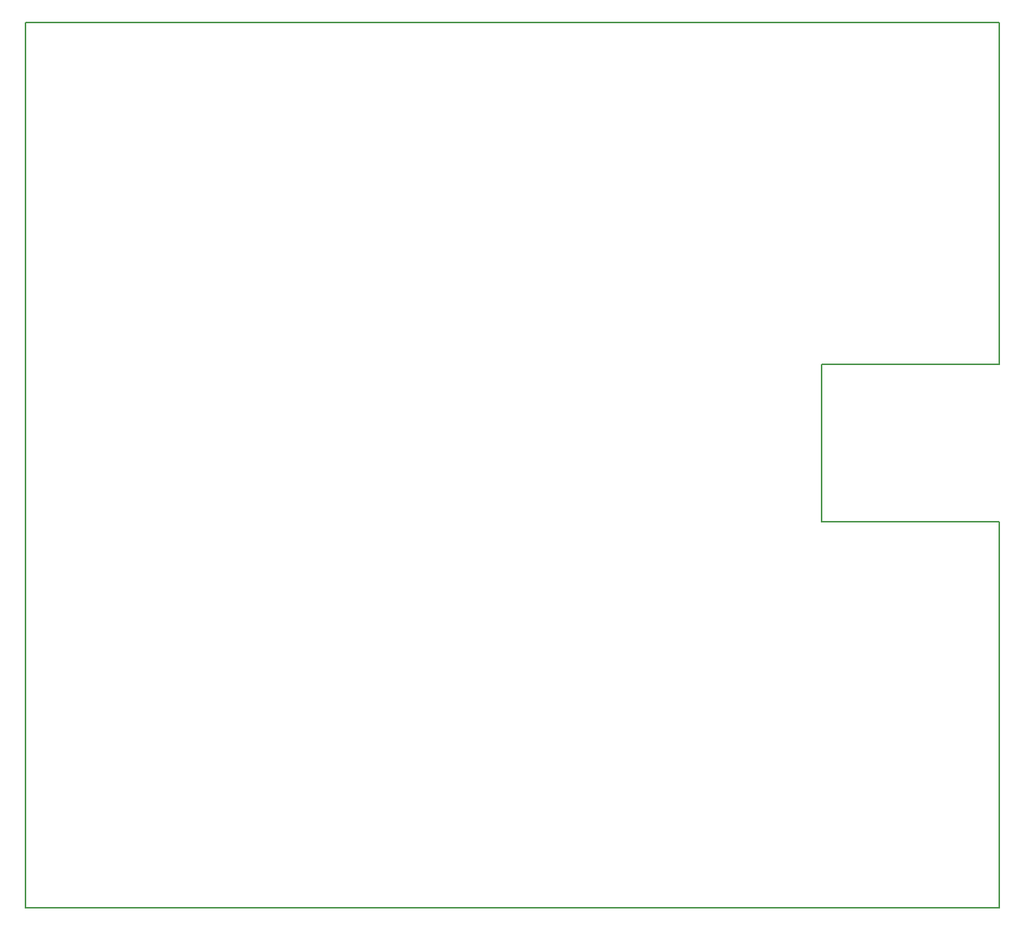
<source format=gbr>
G04 #@! TF.FileFunction,Profile,NP*
%FSLAX46Y46*%
G04 Gerber Fmt 4.6, Leading zero omitted, Abs format (unit mm)*
G04 Created by KiCad (PCBNEW no-vcs-found-product) date Tue Jul 11 16:06:11 2017*
%MOMM*%
%LPD*%
G01*
G04 APERTURE LIST*
%ADD10C,0.100000*%
%ADD11C,0.200000*%
G04 APERTURE END LIST*
D10*
D11*
X181340000Y-126670000D02*
X181340000Y-83030000D01*
X181340000Y-65250000D02*
X181340000Y-26680000D01*
X161240000Y-83030000D02*
X181340000Y-83030000D01*
X161240000Y-65250000D02*
X161240000Y-83030000D01*
X161240000Y-65250000D02*
X181340000Y-65250000D01*
X71340000Y-26670000D02*
X181336000Y-26670000D01*
X71340000Y-126670000D02*
X71340000Y-26670000D01*
X181336000Y-126670000D02*
X71340000Y-126670000D01*
M02*

</source>
